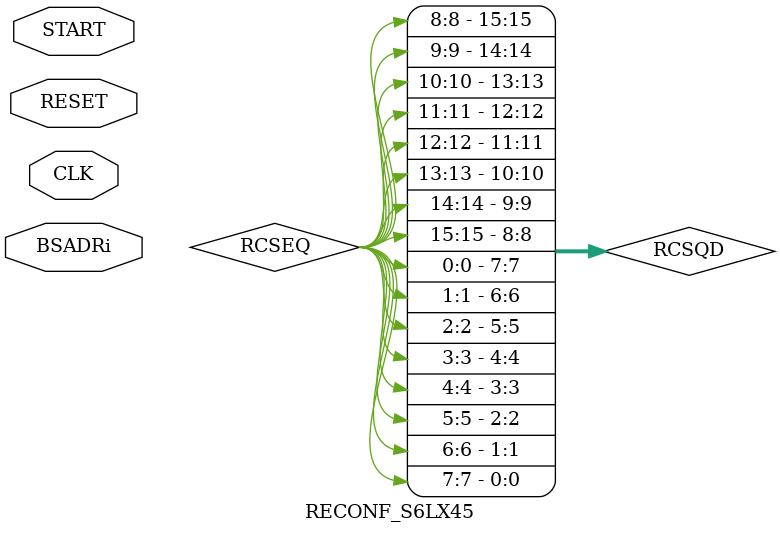
<source format=v>
module RECONF_S6LX45
(
	input 		 RESET,
	input			 CLK,
	input			 START,		// H = Reconfigulation start
	input [23:0] BSADRi		// Bitstream Address (SPI-Flash)
);
`define DEVID	32'h04008093	// for S6LX45 (IDCODE[27:0])

reg [23:0] BSADR;
function [15:0] ReconfSeq (input [3:0] A);
`define	OPC 8'h0B	// SPI-Flash OpCode: Read data array
	case(A)
	4'h0: ReconfSeq = 16'hFFFF;	// Sync 0
	4'h1: ReconfSeq = 16'hAA99;	// Sync 1
	4'h2: ReconfSeq = 16'h5566;	// Sync 2

	4'h3: ReconfSeq = 16'h3261;	// type 1, write to GENERAL_1 reg. (Golden BitStream)
	4'h4: ReconfSeq = BSADR[15:0];
	4'h5: ReconfSeq = 16'h3281;	// type 1, write to GENERAL_2 reg. (Golden BitStream)
	4'h6: ReconfSeq = {`OPC,BSADR[23:16]};

	4'h7: ReconfSeq = 16'h32A1;	// type 1, write to GENERAL_3 reg. (Fallback Bitstream)
	4'h8: ReconfSeq = BSADR[15:0];
	4'h9: ReconfSeq = 16'h32C1;	// type 1, write to GENERAL_4 reg. (Fallback BitStream)
	4'hA: ReconfSeq = {`OPC,BSADR[23:16]};
	
	4'hB: ReconfSeq = 16'h30A1;	// type 1, write to CMD reg.
	4'hC: ReconfSeq = 16'h000E;	// cmd IPROG
	4'hD: ReconfSeq = 16'h2000;	// type 1, nop

	default: ReconfSeq = 16'h2000;
	endcase
endfunction

reg        ACTIVE = 0;
reg		  RCENB = 0;
reg [ 3:0] RCADR = 0;
reg [15:0] RCSEQ = 0;
always @(negedge CLK or posedge RESET) begin
	if (RESET) begin
		ACTIVE <= 0;
		 RCADR <= 0;
		 RCSEQ <= 0;
		 RCENB <= 0;
	end
	else begin
		if (ACTIVE) begin
			RCSEQ <= ReconfSeq(RCADR);
			RCADR <= (RCADR!=15) ? (RCADR+1) : RCADR;
			RCENB <= (RCADR!=15);
		end
		else if (START) begin
			ACTIVE <= 1'b1;
			BSADR  <= BSADRi;
		end
	end
end
wire [15:0] RCSQD = {
	RCSEQ[ 8],RCSEQ[ 9],RCSEQ[10],RCSEQ[11],RCSEQ[12],RCSEQ[13],RCSEQ[14],RCSEQ[15],
	RCSEQ[ 0],RCSEQ[ 1],RCSEQ[ 2],RCSEQ[ 3],RCSEQ[ 4],RCSEQ[ 5],RCSEQ[ 6],RCSEQ[ 7]
};


ICAP_SPARTAN6 #(
	.DEVICE_ID(`DEVID)
)
reconf (
	.BUSY(),			// 1-bit output: Busy/Ready output
	.O(), 			// 16-bit output: Configuartion data output bus
	.CE(~RCENB),	// 1-bit input: Active-Low ICAP Enable input
	.CLK(CLK),		// 1-bit input: Clock input
	.I(RCSQD),		// 16-bit input: Configuration data input bus
	.WRITE(1'b0)	// 1-bit input: Read/Write control input
);

endmodule

</source>
